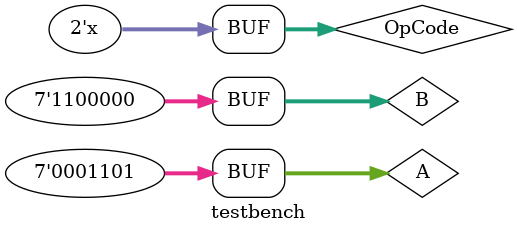
<source format=sv>
`timescale 1ns / 1ps

module testbench();

    logic [6:0] A,B,Result, Result_ref;
    logic [4:0] Flags, Flags_ref;
    logic [1:0] OpCode;
    logic all_right;

    S4_actividad3 #(.M(7))
    MOD1
    (
        .A(A),
        .B(B),
        .Result(Result),
        .Flags(Flags),
        .OpCode(OpCode)
    );

    ALU_ref #(.M(7))
    MOD2
    (
        .A(A),
        .B(B),
        .Result(Result_ref),
        .Flags(Flags_ref),
        .OpCode(OpCode)
    );


    //always #1 B = B + 4'b0001;
    //always #16 A = A + 4'b0001;
    always #256 OpCode = OpCode + 2'b01;
    
    initial
    begin
        OpCode = 2'b00;
        A = 7'b0001101;
        B = 7'b1100000;


    end

    assign all_right = (Result == Result_ref) & (Flags == Flags_ref);


endmodule

</source>
